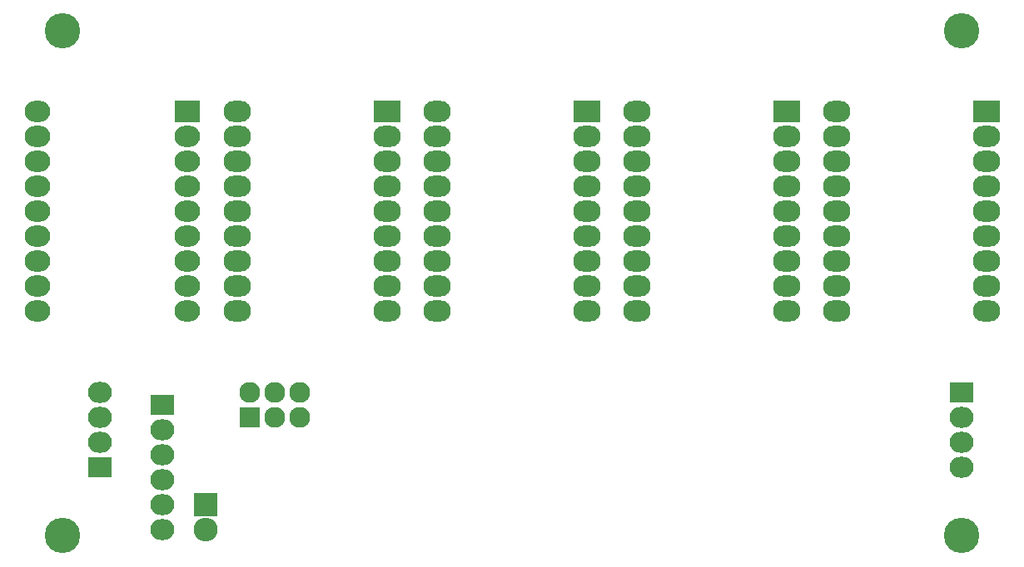
<source format=gbs>
G04 #@! TF.FileFunction,Soldermask,Bot*
%FSLAX46Y46*%
G04 Gerber Fmt 4.6, Leading zero omitted, Abs format (unit mm)*
G04 Created by KiCad (PCBNEW 4.0.4+e1-6308~48~ubuntu16.04.1-stable) date Tue Nov 15 20:45:07 2016*
%MOMM*%
%LPD*%
G01*
G04 APERTURE LIST*
%ADD10C,0.100000*%
%ADD11O,2.600000X2.166000*%
%ADD12R,2.600000X2.166000*%
%ADD13R,2.432000X2.127200*%
%ADD14O,2.432000X2.127200*%
%ADD15R,2.127200X2.127200*%
%ADD16O,2.127200X2.127200*%
%ADD17C,3.600000*%
%ADD18R,2.432000X2.432000*%
%ADD19O,2.432000X2.432000*%
%ADD20O,2.800000X2.166000*%
%ADD21R,2.800000X2.166000*%
G04 APERTURE END LIST*
D10*
D11*
X101600000Y-102870000D03*
X101600000Y-100330000D03*
X101600000Y-97790000D03*
X101600000Y-95250000D03*
X101600000Y-92710000D03*
X101600000Y-90170000D03*
X101600000Y-87630000D03*
X101600000Y-85090000D03*
X101600000Y-82550000D03*
X116840000Y-102870000D03*
X116840000Y-100330000D03*
X116840000Y-97790000D03*
X116840000Y-95250000D03*
X116840000Y-92710000D03*
X116840000Y-90170000D03*
X116840000Y-87630000D03*
X116840000Y-85090000D03*
D12*
X116840000Y-82550000D03*
D13*
X114300000Y-112395000D03*
D14*
X114300000Y-114935000D03*
X114300000Y-117475000D03*
X114300000Y-120015000D03*
X114300000Y-122555000D03*
X114300000Y-125095000D03*
D15*
X123190000Y-113665000D03*
D16*
X123190000Y-111125000D03*
X125730000Y-113665000D03*
X125730000Y-111125000D03*
X128270000Y-113665000D03*
X128270000Y-111125000D03*
D13*
X195580000Y-111125000D03*
D14*
X195580000Y-113665000D03*
X195580000Y-116205000D03*
X195580000Y-118745000D03*
D13*
X107950000Y-118745000D03*
D14*
X107950000Y-116205000D03*
X107950000Y-113665000D03*
X107950000Y-111125000D03*
D17*
X195580000Y-125730000D03*
X104140000Y-125730000D03*
X104140000Y-74295000D03*
X195580000Y-74295000D03*
D18*
X118745000Y-122555000D03*
D19*
X118745000Y-125095000D03*
D20*
X162560000Y-102870000D03*
X162560000Y-100330000D03*
X162560000Y-97790000D03*
X162560000Y-95250000D03*
X162560000Y-92710000D03*
X162560000Y-90170000D03*
X162560000Y-87630000D03*
X162560000Y-85090000D03*
X162560000Y-82550000D03*
X177800000Y-102870000D03*
X177800000Y-100330000D03*
X177800000Y-97790000D03*
X177800000Y-95250000D03*
X177800000Y-92710000D03*
X177800000Y-90170000D03*
X177800000Y-87630000D03*
X177800000Y-85090000D03*
D21*
X177800000Y-82550000D03*
D20*
X142240000Y-102870000D03*
X142240000Y-100330000D03*
X142240000Y-97790000D03*
X142240000Y-95250000D03*
X142240000Y-92710000D03*
X142240000Y-90170000D03*
X142240000Y-87630000D03*
X142240000Y-85090000D03*
X142240000Y-82550000D03*
X157480000Y-102870000D03*
X157480000Y-100330000D03*
X157480000Y-97790000D03*
X157480000Y-95250000D03*
X157480000Y-92710000D03*
X157480000Y-90170000D03*
X157480000Y-87630000D03*
X157480000Y-85090000D03*
D21*
X157480000Y-82550000D03*
D20*
X182880000Y-102870000D03*
X182880000Y-100330000D03*
X182880000Y-97790000D03*
X182880000Y-95250000D03*
X182880000Y-92710000D03*
X182880000Y-90170000D03*
X182880000Y-87630000D03*
X182880000Y-85090000D03*
X182880000Y-82550000D03*
X198120000Y-102870000D03*
X198120000Y-100330000D03*
X198120000Y-97790000D03*
X198120000Y-95250000D03*
X198120000Y-92710000D03*
X198120000Y-90170000D03*
X198120000Y-87630000D03*
X198120000Y-85090000D03*
D21*
X198120000Y-82550000D03*
D20*
X121920000Y-102870000D03*
X121920000Y-100330000D03*
X121920000Y-97790000D03*
X121920000Y-95250000D03*
X121920000Y-92710000D03*
X121920000Y-90170000D03*
X121920000Y-87630000D03*
X121920000Y-85090000D03*
X121920000Y-82550000D03*
X137160000Y-102870000D03*
X137160000Y-100330000D03*
X137160000Y-97790000D03*
X137160000Y-95250000D03*
X137160000Y-92710000D03*
X137160000Y-90170000D03*
X137160000Y-87630000D03*
X137160000Y-85090000D03*
D21*
X137160000Y-82550000D03*
M02*

</source>
